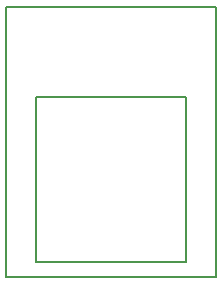
<source format=gbo>
G04 #@! TF.FileFunction,Legend,Bot*
%FSLAX46Y46*%
G04 Gerber Fmt 4.6, Leading zero omitted, Abs format (unit mm)*
G04 Created by KiCad (PCBNEW 4.0.5+dfsg1-4) date Thu Jun  7 11:31:42 2018*
%MOMM*%
%LPD*%
G01*
G04 APERTURE LIST*
%ADD10C,0.100000*%
%ADD11C,0.150000*%
G04 APERTURE END LIST*
D10*
D11*
X144780000Y-87630000D02*
X144780000Y-73660000D01*
X144780000Y-73660000D02*
X157480000Y-73660000D01*
X157480000Y-73660000D02*
X157480000Y-87630000D01*
X157480000Y-87630000D02*
X144780000Y-87630000D01*
X142240000Y-88900000D02*
X160020000Y-88900000D01*
X160020000Y-88900000D02*
X160020000Y-66040000D01*
X160020000Y-66040000D02*
X142240000Y-66040000D01*
X142240000Y-66040000D02*
X142240000Y-88900000D01*
M02*

</source>
